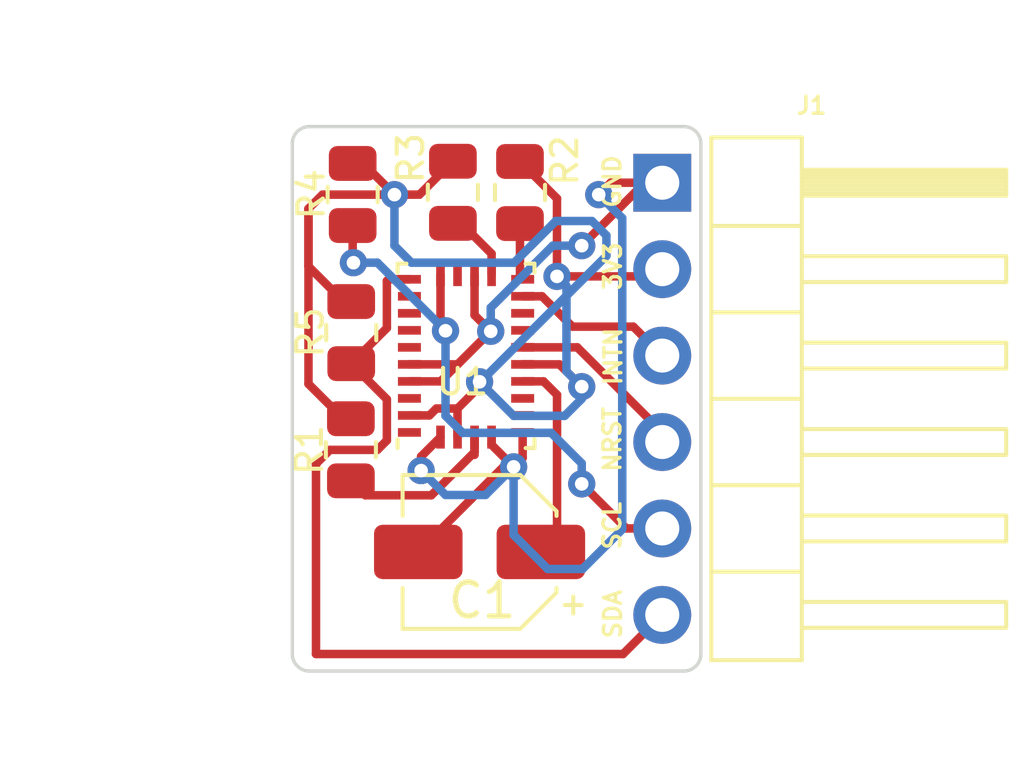
<source format=kicad_pcb>
(kicad_pcb (version 20221018) (generator pcbnew)
  (title_block (title "BNO085 Interface Board") (date "2023-06-30") (comment 1 "Author: Toby Godfrey"))
  (layers (0 "F.Cu" signal) (31 "B.Cu" signal) (34 "B.Paste" user) (35 "F.Paste" user) (36 "B.SilkS" user "B.Silkscreen") (37 "F.SilkS" user "F.Silkscreen") (38 "B.Mask" user) (39 "F.Mask" user) (44 "Edge.Cuts" user))
  (net 0 "")
  (net 1 "Net-(U1-CAP)")
  (net 2 "GND")
  (net 3 "/H_SCL")
  (net 4 "/H_SDA")
  (net 5 "/NRST")
  (net 6 "/H_INTN")
  (net 7 "+3.3V")
  (net 8 "Net-(U1-BOOTN)")
  (net 9 "Net-(U1-ENV_SCL)")
  (net 10 "Net-(U1-ENV_SDA)")
  (footprint "Resistor_SMD:R_0805_2012Metric" (layer "F.Cu") (at 153.272899 82.49508 -90)
    (fp_text reference "R4" (at -0.005677 1.214987 90) (layer "F.SilkS") (effects (font (size 0.75 0.75) (thickness 0.12))))
    (fp_text value "2.2k")
    (fp_line (start -0.227064 -0.735) (end 0.227064 -0.735) (stroke (width 0.12)) (layer "F.SilkS"))
    (fp_line (start -0.227064 0.735) (end 0.227064 0.735) (stroke (width 0.12)) (layer "F.SilkS"))
    (pad "1" smd roundrect (at -0.9125 0 270) (size 1.025 1.4) (layers "F.Cu" "F.Paste" "F.Mask") (roundrect_rratio 0.243902) (net 7 "+3.3V"))
    (pad "2" smd roundrect (at 0.9125 0 270) (size 1.025 1.4) (layers "F.Cu" "F.Paste" "F.Mask") (roundrect_rratio 0.243902) (net 3 "/H_SCL"))
  )
  (footprint "Resistor_SMD:R_0805_2012Metric" (layer "F.Cu") (at 158.186774 82.437741 -90)
    (fp_text reference "R2" (at -0.937741 -1.313226 90) (layer "F.SilkS") (effects (font (size 0.75 0.75) (thickness 0.12))))
    (fp_text value "2.2k")
    (fp_line (start -0.227064 -0.735) (end 0.227064 -0.735) (stroke (width 0.12)) (layer "F.SilkS"))
    (fp_line (start -0.227064 0.735) (end 0.227064 0.735) (stroke (width 0.12)) (layer "F.SilkS"))
    (pad "1" smd roundrect (at -0.9125 0 270) (size 1.025 1.4) (layers "F.Cu" "F.Paste" "F.Mask") (roundrect_rratio 0.243902) (net 7 "+3.3V"))
    (pad "2" smd roundrect (at 0.9125 0 270) (size 1.025 1.4) (layers "F.Cu" "F.Paste" "F.Mask") (roundrect_rratio 0.243902) (net 9 "Net-(U1-ENV_SCL)"))
  )
  (footprint "Resistor_SMD:R_0805_2012Metric" (layer "F.Cu") (at 153.220792 89.998267 90)
    (fp_text reference "R1" (at -0.002481 -1.219655 90) (layer "F.SilkS") (effects (font (size 0.75 0.75) (thickness 0.12))))
    (fp_text value "10k")
    (fp_line (start -0.227064 -0.735) (end 0.227064 -0.735) (stroke (width 0.12)) (layer "F.SilkS"))
    (fp_line (start -0.227064 0.735) (end 0.227064 0.735) (stroke (width 0.12)) (layer "F.SilkS"))
    (pad "1" smd roundrect (at -0.9125 0 90) (size 1.025 1.4) (layers "F.Cu" "F.Paste" "F.Mask") (roundrect_rratio 0.243902) (net 8 "Net-(U1-BOOTN)"))
    (pad "2" smd roundrect (at 0.9125 0 90) (size 1.025 1.4) (layers "F.Cu" "F.Paste" "F.Mask") (roundrect_rratio 0.243902) (net 7 "+3.3V"))
  )
  (footprint "Package_LGA:LGA-28_5.2x3.8mm_P0.5mm" (layer "F.Cu") (at 156.6025 87.2375 90)
    (fp_text reference "U1" (at -0.7625 -0.1025 180) (layer "F.SilkS") (effects (font (size 0.75 0.75) (thickness 0.12))))
    (fp_text value "~")
    (fp_line (start -2.71 -2.01) (end -2.45 -2.01) (stroke (width 0.12)) (layer "F.SilkS"))
    (fp_line (start -2.71 2.01) (end -2.71 1.75) (stroke (width 0.12)) (layer "F.SilkS"))
    (fp_line (start -2.71 2.01) (end -2.45 2.01) (stroke (width 0.12)) (layer "F.SilkS"))
    (fp_line (start 2.71 -2.01) (end 2.45 -2.01) (stroke (width 0.12)) (layer "F.SilkS"))
    (fp_line (start 2.71 -2.01) (end 2.71 -1.75) (stroke (width 0.12)) (layer "F.SilkS"))
    (fp_line (start 2.71 2.01) (end 2.45 2.01) (stroke (width 0.12)) (layer "F.SilkS"))
    (fp_line (start 2.71 2.01) (end 2.71 1.75) (stroke (width 0.12)) (layer "F.SilkS"))
    (pad "1" smd rect (at -2.25 -1.6625 90) (size 0.254 0.675) (layers "F.Cu" "F.Paste" "F.Mask"))
    (pad "2" smd rect (at -2.3875 -0.75 180) (size 0.254 0.675) (layers "F.Cu" "F.Paste" "F.Mask") (net 2 "GND"))
    (pad "3" smd rect (at -2.3875 -0.25 180) (size 0.254 0.675) (layers "F.Cu" "F.Paste" "F.Mask") (net 7 "+3.3V"))
    (pad "4" smd rect (at -2.3875 0.25 180) (size 0.254 0.675) (layers "F.Cu" "F.Paste" "F.Mask") (net 8 "Net-(U1-BOOTN)"))
    (pad "5" smd rect (at -2.3875 0.75 180) (size 0.254 0.675) (layers "F.Cu" "F.Paste" "F.Mask") (net 2 "GND"))
    (pad "6" smd rect (at -2.25 1.6625 90) (size 0.254 0.675) (layers "F.Cu" "F.Paste" "F.Mask") (net 2 "GND"))
    (pad "7" smd rect (at -1.75 1.6625 90) (size 0.254 0.675) (layers "F.Cu" "F.Paste" "F.Mask"))
    (pad "8" smd rect (at -1.25 1.6625 90) (size 0.254 0.675) (layers "F.Cu" "F.Paste" "F.Mask"))
    (pad "9" smd rect (at -0.75 1.6625 90) (size 0.254 0.675) (layers "F.Cu" "F.Paste" "F.Mask") (net 1 "Net-(U1-CAP)"))
    (pad "10" smd rect (at -0.25 1.6625 90) (size 0.254 0.675) (layers "F.Cu" "F.Paste" "F.Mask") (net 7 "+3.3V"))
    (pad "11" smd rect (at 0.25 1.6625 90) (size 0.254 0.675) (layers "F.Cu" "F.Paste" "F.Mask") (net 5 "/NRST"))
    (pad "12" smd rect (at 0.75 1.6625 90) (size 0.254 0.675) (layers "F.Cu" "F.Paste" "F.Mask"))
    (pad "13" smd rect (at 1.25 1.6625 90) (size 0.254 0.675) (layers "F.Cu" "F.Paste" "F.Mask"))
    (pad "14" smd rect (at 1.75 1.6625 90) (size 0.254 0.675) (layers "F.Cu" "F.Paste" "F.Mask") (net 6 "/H_INTN"))
    (pad "15" smd rect (at 2.25 1.6625 90) (size 0.254 0.675) (layers "F.Cu" "F.Paste" "F.Mask") (net 9 "Net-(U1-ENV_SCL)"))
    (pad "16" smd rect (at 2.3875 0.75 180) (size 0.254 0.675) (layers "F.Cu" "F.Paste" "F.Mask") (net 10 "Net-(U1-ENV_SDA)"))
    (pad "17" smd rect (at 2.3875 0.25 180) (size 0.254 0.675) (layers "F.Cu" "F.Paste" "F.Mask") (net 2 "GND"))
    (pad "18" smd rect (at 2.3875 -0.25 180) (size 0.254 0.675) (layers "F.Cu" "F.Paste" "F.Mask"))
    (pad "19" smd rect (at 2.3875 -0.75 180) (size 0.254 0.675) (layers "F.Cu" "F.Paste" "F.Mask") (net 3 "/H_SCL"))
    (pad "20" smd rect (at 2.25 -1.6625 90) (size 0.254 0.675) (layers "F.Cu" "F.Paste" "F.Mask") (net 4 "/H_SDA"))
    (pad "21" smd rect (at 1.75 -1.6625 90) (size 0.254 0.675) (layers "F.Cu" "F.Paste" "F.Mask"))
    (pad "22" smd rect (at 1.25 -1.6625 90) (size 0.254 0.675) (layers "F.Cu" "F.Paste" "F.Mask"))
    (pad "23" smd rect (at 0.75 -1.6625 90) (size 0.254 0.675) (layers "F.Cu" "F.Paste" "F.Mask"))
    (pad "24" smd rect (at 0.25 -1.6625 90) (size 0.254 0.675) (layers "F.Cu" "F.Paste" "F.Mask"))
    (pad "25" smd rect (at -0.25 -1.6625 90) (size 0.254 0.675) (layers "F.Cu" "F.Paste" "F.Mask") (net 2 "GND"))
    (pad "26" smd rect (at -0.75 -1.6625 90) (size 0.254 0.675) (layers "F.Cu" "F.Paste" "F.Mask") (net 2 "GND"))
    (pad "27" smd rect (at -1.25 -1.6625 90) (size 0.254 0.675) (layers "F.Cu" "F.Paste" "F.Mask"))
    (pad "28" smd rect (at -1.75 -1.6625 90) (size 0.254 0.675) (layers "F.Cu" "F.Paste" "F.Mask") (net 7 "+3.3V"))
  )
  (footprint "Capacitor_SMD:CP_Elec_4x3.9" (layer "F.Cu") (at 157 93 180)
    (fp_text reference "C1" (at -0.073696 -1.425744) (layer "F.SilkS"))
    (fp_text value "0.1uF")
    (fp_line (start -3 -1.56) (end -2.5 -1.56) (stroke (width 0.12)) (layer "F.SilkS"))
    (fp_line (start -2.75 -1.81) (end -2.75 -1.31) (stroke (width 0.12)) (layer "F.SilkS"))
    (fp_line (start -2.26 -1.195563) (end -2.26 -1.06) (stroke (width 0.12)) (layer "F.SilkS"))
    (fp_line (start -2.26 -1.195563) (end -1.195563 -2.26) (stroke (width 0.12)) (layer "F.SilkS"))
    (fp_line (start -2.26 1.195563) (end -2.26 1.06) (stroke (width 0.12)) (layer "F.SilkS"))
    (fp_line (start -2.26 1.195563) (end -1.195563 2.26) (stroke (width 0.12)) (layer "F.SilkS"))
    (fp_line (start -1.195563 -2.26) (end 2.26 -2.26) (stroke (width 0.12)) (layer "F.SilkS"))
    (fp_line (start -1.195563 2.26) (end 2.26 2.26) (stroke (width 0.12)) (layer "F.SilkS"))
    (fp_line (start 2.26 -2.26) (end 2.26 -1.06) (stroke (width 0.12)) (layer "F.SilkS"))
    (fp_line (start 2.26 2.26) (end 2.26 1.06) (stroke (width 0.12)) (layer "F.SilkS"))
    (pad "1" smd roundrect (at -1.8 0 180) (size 2.6 1.6) (layers "F.Cu" "F.Paste" "F.Mask") (roundrect_rratio 0.15625) (net 1 "Net-(U1-CAP)"))
    (pad "2" smd roundrect (at 1.8 0 180) (size 2.6 1.6) (layers "F.Cu" "F.Paste" "F.Mask") (roundrect_rratio 0.15625) (net 2 "GND"))
  )
  (footprint "Connector_PinHeader_2.54mm:PinHeader_1x06_P2.54mm_Horizontal" (layer "F.Cu") (at 162.364959 82.149756)
    (fp_text reference "J1" (at 4.385 -2.27) (layer "F.SilkS") (effects (font (size 0.5 0.5) (thickness 0.1))))
    (fp_text value "Conn_01x06_Pin")
    (fp_line (start 1.44 -1.33) (end 1.44 14.03) (stroke (width 0.12)) (layer "F.SilkS"))
    (fp_line (start 1.44 1.27) (end 4.1 1.27) (stroke (width 0.12)) (layer "F.SilkS"))
    (fp_line (start 1.44 3.81) (end 4.1 3.81) (stroke (width 0.12)) (layer "F.SilkS"))
    (fp_line (start 1.44 6.35) (end 4.1 6.35) (stroke (width 0.12)) (layer "F.SilkS"))
    (fp_line (start 1.44 8.89) (end 4.1 8.89) (stroke (width 0.12)) (layer "F.SilkS"))
    (fp_line (start 1.44 11.43) (end 4.1 11.43) (stroke (width 0.12)) (layer "F.SilkS"))
    (fp_line (start 1.44 14.03) (end 4.1 14.03) (stroke (width 0.12)) (layer "F.SilkS"))
    (fp_line (start 4.1 -1.33) (end 1.44 -1.33) (stroke (width 0.12)) (layer "F.SilkS"))
    (fp_line (start 4.1 -0.38) (end 10.1 -0.38) (stroke (width 0.12)) (layer "F.SilkS"))
    (fp_line (start 4.1 -0.32) (end 10.1 -0.32) (stroke (width 0.12)) (layer "F.SilkS"))
    (fp_line (start 4.1 -0.2) (end 10.1 -0.2) (stroke (width 0.12)) (layer "F.SilkS"))
    (fp_line (start 4.1 -0.08) (end 10.1 -0.08) (stroke (width 0.12)) (layer "F.SilkS"))
    (fp_line (start 4.1 0.04) (end 10.1 0.04) (stroke (width 0.12)) (layer "F.SilkS"))
    (fp_line (start 4.1 0.16) (end 10.1 0.16) (stroke (width 0.12)) (layer "F.SilkS"))
    (fp_line (start 4.1 0.28) (end 10.1 0.28) (stroke (width 0.12)) (layer "F.SilkS"))
    (fp_line (start 4.1 2.16) (end 10.1 2.16) (stroke (width 0.12)) (layer "F.SilkS"))
    (fp_line (start 4.1 4.7) (end 10.1 4.7) (stroke (width 0.12)) (layer "F.SilkS"))
    (fp_line (start 4.1 7.24) (end 10.1 7.24) (stroke (width 0.12)) (layer "F.SilkS"))
    (fp_line (start 4.1 9.78) (end 10.1 9.78) (stroke (width 0.12)) (layer "F.SilkS"))
    (fp_line (start 4.1 12.32) (end 10.1 12.32) (stroke (width 0.12)) (layer "F.SilkS"))
    (fp_line (start 4.1 14.03) (end 4.1 -1.33) (stroke (width 0.12)) (layer "F.SilkS"))
    (fp_line (start 10.1 -0.38) (end 10.1 0.38) (stroke (width 0.12)) (layer "F.SilkS"))
    (fp_line (start 10.1 0.38) (end 4.1 0.38) (stroke (width 0.12)) (layer "F.SilkS"))
    (fp_line (start 10.1 2.16) (end 10.1 2.92) (stroke (width 0.12)) (layer "F.SilkS"))
    (fp_line (start 10.1 2.92) (end 4.1 2.92) (stroke (width 0.12)) (layer "F.SilkS"))
    (fp_line (start 10.1 4.7) (end 10.1 5.46) (stroke (width 0.12)) (layer "F.SilkS"))
    (fp_line (start 10.1 5.46) (end 4.1 5.46) (stroke (width 0.12)) (layer "F.SilkS"))
    (fp_line (start 10.1 7.24) (end 10.1 8) (stroke (width 0.12)) (layer "F.SilkS"))
    (fp_line (start 10.1 8) (end 4.1 8) (stroke (width 0.12)) (layer "F.SilkS"))
    (fp_line (start 10.1 9.78) (end 10.1 10.54) (stroke (width 0.12)) (layer "F.SilkS"))
    (fp_line (start 10.1 10.54) (end 4.1 10.54) (stroke (width 0.12)) (layer "F.SilkS"))
    (fp_line (start 10.1 12.32) (end 10.1 13.08) (stroke (width 0.12)) (layer "F.SilkS"))
    (fp_line (start 10.1 13.08) (end 4.1 13.08) (stroke (width 0.12)) (layer "F.SilkS"))
    (pad "1" thru_hole rect (at 0 0) (size 1.7 1.7) (drill 1) (layers "*.Cu" "*.Mask") (net 2 "GND"))
    (pad "2" thru_hole oval (at 0 2.54) (size 1.7 1.7) (drill 1) (layers "*.Cu" "*.Mask") (net 7 "+3.3V"))
    (pad "3" thru_hole oval (at 0 5.08) (size 1.7 1.7) (drill 1) (layers "*.Cu" "*.Mask") (net 6 "/H_INTN"))
    (pad "4" thru_hole oval (at 0 7.62) (size 1.7 1.7) (drill 1) (layers "*.Cu" "*.Mask") (net 5 "/NRST"))
    (pad "5" thru_hole oval (at 0 10.16) (size 1.7 1.7) (drill 1) (layers "*.Cu" "*.Mask") (net 3 "/H_SCL"))
    (pad "6" thru_hole oval (at 0 12.7) (size 1.7 1.7) (drill 1) (layers "*.Cu" "*.Mask") (net 4 "/H_SDA"))
  )
  (footprint "Resistor_SMD:R_0805_2012Metric" (layer "F.Cu") (at 153.230697 86.553936 90)
    (fp_text reference "R5" (at 0.005114 -1.20685 90) (layer "F.SilkS") (effects (font (size 0.75 0.75) (thickness 0.12))))
    (fp_text value "2.2k")
    (fp_line (start -0.227064 -0.735) (end 0.227064 -0.735) (stroke (width 0.12)) (layer "F.SilkS"))
    (fp_line (start -0.227064 0.735) (end 0.227064 0.735) (stroke (width 0.12)) (layer "F.SilkS"))
    (pad "1" smd roundrect (at -0.9125 0 90) (size 1.025 1.4) (layers "F.Cu" "F.Paste" "F.Mask") (roundrect_rratio 0.243902) (net 4 "/H_SDA"))
    (pad "2" smd roundrect (at 0.9125 0 90) (size 1.025 1.4) (layers "F.Cu" "F.Paste" "F.Mask") (roundrect_rratio 0.243902) (net 7 "+3.3V"))
  )
  (footprint "Resistor_SMD:R_0805_2012Metric" (layer "F.Cu") (at 156.216632 82.431092 90)
    (fp_text reference "R3" (at 1.003338 -1.239666 90) (layer "F.SilkS") (effects (font (size 0.75 0.75) (thickness 0.12))))
    (fp_text value "2.2k")
    (fp_line (start -0.227064 -0.735) (end 0.227064 -0.735) (stroke (width 0.12)) (layer "F.SilkS"))
    (fp_line (start -0.227064 0.735) (end 0.227064 0.735) (stroke (width 0.12)) (layer "F.SilkS"))
    (pad "1" smd roundrect (at -0.9125 0 90) (size 1.025 1.4) (layers "F.Cu" "F.Paste" "F.Mask") (roundrect_rratio 0.243902) (net 10 "Net-(U1-ENV_SDA)"))
    (pad "2" smd roundrect (at 0.9125 0 90) (size 1.025 1.4) (layers "F.Cu" "F.Paste" "F.Mask") (roundrect_rratio 0.243902) (net 7 "+3.3V"))
  )
  (gr_line (start 152 96.5) (end 163 96.5) (stroke (width 0.1)) (layer "Edge.Cuts"))
  (gr_line (start 163 80.5) (end 152 80.5) (stroke (width 0.1)) (layer "Edge.Cuts"))
  (gr_arc (start 151.5 81) (mid 151.646447 80.646447) (end 152 80.5) (stroke (width 0.1)) (layer "Edge.Cuts"))
  (gr_line (start 163.5 81) (end 163.5 96) (stroke (width 0.1)) (layer "Edge.Cuts"))
  (gr_line (start 151.5 81) (end 151.5 96) (stroke (width 0.1)) (layer "Edge.Cuts"))
  (gr_arc (start 163.5 96) (mid 163.353553 96.353553) (end 163 96.5) (stroke (width 0.1)) (layer "Edge.Cuts"))
  (gr_arc (start 163 80.5) (mid 163.353553 80.646447) (end 163.5 81) (stroke (width 0.1)) (layer "Edge.Cuts"))
  (gr_arc (start 152 96.5) (mid 151.646447 96.353553) (end 151.5 96) (stroke (width 0.1)) (layer "Edge.Cuts"))
  (gr_text "3V3" (at 161.203323 85.357604 90) (layer "F.SilkS") (effects (font (size 0.5 0.5) (thickness 0.1) bold) (justify left bottom)))
  (gr_text "INTN" (at 161.21745 88.154841 90) (layer "F.SilkS") (effects (font (size 0.5 0.5) (thickness 0.1) bold) (justify left bottom)))
  (gr_text "SDA" (at 161.203323 95.600013 90) (layer "F.SilkS") (effects (font (size 0.5 0.5) (thickness 0.1) bold) (justify left bottom)))
  (gr_text "GND" (at 161.189195 82.941808 90) (layer "F.SilkS") (effects (font (size 0.5 0.5) (thickness 0.1) bold) (justify left bottom)))
  (gr_text "NRST" (at 161.189195 90.697784 90) (layer "F.SilkS") (effects (font (size 0.5 0.5) (thickness 0.1) bold) (justify left bottom)))
  (gr_text "SCL" (at 161.189195 92.986432 90) (layer "F.SilkS") (effects (font (size 0.5 0.5) (thickness 0.1) bold) (justify left bottom)))
  (segment (start 158.8795 87.9875) (end 159.275 88.383) (width 0.25) (layer "F.Cu") (net 1))
  (segment (start 159.275 88.383) (end 159.275 92.525) (width 0.25) (layer "F.Cu") (net 1))
  (segment (start 159.275 92.525) (end 158.8 93) (width 0.25) (layer "F.Cu") (net 1))
  (segment (start 158.265 87.9875) (end 158.8795 87.9875) (width 0.25) (layer "F.Cu") (net 1))
  (segment (start 161.850244 82.149756) (end 160 84) (width 0.25) (layer "F.Cu") (net 2))
  (segment (start 157.327998 86.515977) (end 156.8525 86.040479) (width 0.25) (layer "F.Cu") (net 2))
  (segment (start 158.265 89.4875) (end 158.265 90.235) (width 0.25) (layer "F.Cu") (net 2))
  (segment (start 154.94 87.9875) (end 155.856475 87.9875) (width 0.25) (layer "F.Cu") (net 2))
  (segment (start 158.265 90.235) (end 158 90.5) (width 0.25) (layer "F.Cu") (net 2))
  (segment (start 157.7 90.5) (end 155.2 93) (width 0.25) (layer "F.Cu") (net 2))
  (segment (start 155.283409 90.609351) (end 155.283409 90.194091) (width 0.25) (layer "F.Cu") (net 2))
  (segment (start 157.3525 89.8525) (end 158 90.5) (width 0.25) (layer "F.Cu") (net 2))
  (segment (start 155.856475 87.9875) (end 157.327998 86.515977) (width 0.25) (layer "F.Cu") (net 2))
  (segment (start 156.356475 87.4875) (end 154.94 87.4875) (width 0.25) (layer "F.Cu") (net 2))
  (segment (start 158 90.5) (end 157.7 90.5) (width 0.25) (layer "F.Cu") (net 2))
  (segment (start 160.850244 82.149756) (end 160.5 82.5) (width 0.25) (layer "F.Cu") (net 2))
  (segment (start 157.3525 89.625) (end 157.3525 89.8525) (width 0.25) (layer "F.Cu") (net 2))
  (segment (start 157.327998 86.515977) (end 156.356475 87.4875) (width 0.25) (layer "F.Cu") (net 2))
  (segment (start 162.364959 82.149756) (end 161.850244 82.149756) (width 0.25) (layer "F.Cu") (net 2))
  (segment (start 162.364959 82.149756) (end 160.850244 82.149756) (width 0.25) (layer "F.Cu") (net 2))
  (segment (start 162.267632 82.159387) (end 161.840613 82.159387) (width 0.25) (layer "F.Cu") (net 2))
  (segment (start 155.283409 90.194091) (end 155.8525 89.625) (width 0.25) (layer "F.Cu") (net 2))
  (segment (start 156.8525 86.040479) (end 156.8525 84.85) (width 0.25) (layer "F.Cu") (net 2))
  (via (at 158 90.5) (size 0.8) (drill 0.4) (layers "F.Cu" "B.Cu") (net 2))
  (via (at 160.5 82.5) (size 0.8) (drill 0.4) (layers "F.Cu" "B.Cu") (net 2))
  (via (at 160 84) (size 0.8) (drill 0.4) (layers "F.Cu" "B.Cu") (net 2))
  (via (at 157.327998 86.515977) (size 0.8) (drill 0.4) (layers "F.Cu" "B.Cu") (net 2))
  (via (at 155.283409 90.609351) (size 0.8) (drill 0.4) (layers "F.Cu" "B.Cu") (net 2))
  (segment (start 160.025305 93.5) (end 159 93.5) (width 0.25) (layer "B.Cu") (net 2))
  (segment (start 158 92.5) (end 158 90.5) (width 0.25) (layer "B.Cu") (net 2))
  (segment (start 161.189959 83.189959) (end 161.189959 92.335346) (width 0.25) (layer "B.Cu") (net 2))
  (segment (start 160.5 82.5) (end 161.189959 83.189959) (width 0.25) (layer "B.Cu") (net 2))
  (segment (start 159 93.5) (end 158 92.5) (width 0.25) (layer "B.Cu") (net 2))
  (segment (start 156 91.325942) (end 155.283409 90.609351) (width 0.25) (layer "B.Cu") (net 2))
  (segment (start 160 84) (end 159.150081 84) (width 0.25) (layer "B.Cu") (net 2))
  (segment (start 156 91.325942) (end 157.174058 91.325942) (width 0.25) (layer "B.Cu") (net 2))
  (segment (start 157.327998 85.822083) (end 157.327998 86.515977) (width 0.25) (layer "B.Cu") (net 2))
  (segment (start 157.174058 91.325942) (end 158 90.5) (width 0.25) (layer "B.Cu") (net 2))
  (segment (start 161.189959 92.335346) (end 160.025305 93.5) (width 0.25) (layer "B.Cu") (net 2))
  (segment (start 159.150081 84) (end 157.327998 85.822083) (width 0.25) (layer "B.Cu") (net 2))
  (segment (start 161.309756 92.309756) (end 162.364959 92.309756) (width 0.25) (layer "F.Cu") (net 3))
  (segment (start 155.8525 84.85) (end 155.8525 86.3525) (width 0.25) (layer "F.Cu") (net 3))
  (segment (start 155.8525 86.3525) (end 156 86.5) (width 0.25) (layer "F.Cu") (net 3))
  (segment (start 160 91) (end 161.309756 92.309756) (width 0.25) (layer "F.Cu") (net 3))
  (segment (start 153.295609 84.5) (end 153.272899 84.47729) (width 0.25) (layer "F.Cu") (net 3))
  (segment (start 153.272899 84.47729) (end 153.272899 83.40758) (width 0.25) (layer "F.Cu") (net 3))
  (via (at 153.295609 84.5) (size 0.8) (drill 0.4) (layers "F.Cu" "B.Cu") (net 3))
  (via (at 160 91) (size 0.8) (drill 0.4) (layers "F.Cu" "B.Cu") (net 3))
  (via (at 156 86.5) (size 0.8) (drill 0.4) (layers "F.Cu" "B.Cu") (net 3))
  (segment (start 156 89) (end 156 86.5) (width 0.25) (layer "B.Cu") (net 3))
  (segment (start 153.295609 84.5) (end 154 84.5) (width 0.25) (layer "B.Cu") (net 3))
  (segment (start 160 90.396539) (end 159.103461 89.5) (width 0.25) (layer "B.Cu") (net 3))
  (segment (start 160 91) (end 160 90.396539) (width 0.25) (layer "B.Cu") (net 3))
  (segment (start 156.5 89.5) (end 156 89) (width 0.25) (layer "B.Cu") (net 3))
  (segment (start 159.103461 89.5) (end 156.5 89.5) (width 0.25) (layer "B.Cu") (net 3))
  (segment (start 154 84.5) (end 156 86.5) (width 0.25) (layer "B.Cu") (net 3))
  (segment (start 154.2775 89.7225) (end 154.2775 88.513239) (width 0.25) (layer "F.Cu") (net 4))
  (segment (start 154.2775 86.419633) (end 153.230697 87.466436) (width 0.25) (layer "F.Cu") (net 4))
  (segment (start 154.94 84.9875) (end 154.3255 84.9875) (width 0.25) (layer "F.Cu") (net 4))
  (segment (start 152.195792 90.410094) (end 152.605886 90) (width 0.25) (layer "F.Cu") (net 4))
  (segment (start 161.214715 96) (end 152.195792 96) (width 0.25) (layer "F.Cu") (net 4))
  (segment (start 154.2775 85.0355) (end 154.2775 86.419633) (width 0.25) (layer "F.Cu") (net 4))
  (segment (start 154.2775 88.513239) (end 153.230697 87.466436) (width 0.25) (layer "F.Cu") (net 4))
  (segment (start 154.3255 84.9875) (end 154.2775 85.0355) (width 0.25) (layer "F.Cu") (net 4))
  (segment (start 154 90) (end 154.2775 89.7225) (width 0.25) (layer "F.Cu") (net 4))
  (segment (start 152.605886 90) (end 154 90) (width 0.25) (layer "F.Cu") (net 4))
  (segment (start 162.364959 94.849756) (end 161.214715 96) (width 0.25) (layer "F.Cu") (net 4))
  (segment (start 152.195792 96) (end 152.195792 90.410094) (width 0.25) (layer "F.Cu") (net 4))
  (segment (start 159.869821 86.9875) (end 158.265 86.9875) (width 0.25) (layer "F.Cu") (net 5))
  (segment (start 162.364959 89.482638) (end 159.869821 86.9875) (width 0.25) (layer "F.Cu") (net 5))
  (segment (start 162.364959 89.769756) (end 162.364959 89.482638) (width 0.25) (layer "F.Cu") (net 5))
  (segment (start 158.833707 85.4875) (end 158.265 85.4875) (width 0.25) (layer "F.Cu") (net 6))
  (segment (start 161.514959 86.379756) (end 159.725963 86.379756) (width 0.25) (layer "F.Cu") (net 6))
  (segment (start 159.725963 86.379756) (end 158.833707 85.4875) (width 0.25) (layer "F.Cu") (net 6))
  (segment (start 162.364959 87.229756) (end 161.514959 86.379756) (width 0.25) (layer "F.Cu") (net 6))
  (segment (start 154.94 88.9875) (end 155.5275 88.9875) (width 0.25) (layer "F.Cu") (net 7))
  (segment (start 160 88.237501) (end 160.082645 88.320146) (width 0.25) (layer "F.Cu") (net 7))
  (segment (start 153.272899 81.58258) (end 153.58258 81.58258) (width 0.25) (layer "F.Cu") (net 7))
  (segment (start 153.220792 89.085767) (end 152.998267 89.085767) (width 0.25) (layer "F.Cu") (net 7))
  (segment (start 155.7295 88.7855) (end 156.3525 88.7855) (width 0.25) (layer "F.Cu") (net 7))
  (segment (start 157 88.138) (end 156.3525 88.7855) (width 0.25) (layer "F.Cu") (net 7))
  (segment (start 154.5 82.5) (end 152.386827 82.5) (width 0.25) (layer "F.Cu") (net 7))
  (segment (start 152.386827 82.5) (end 151.975 82.911827) (width 0.25) (layer "F.Cu") (net 7))
  (segment (start 156.3525 88.7855) (end 156.3525 89.625) (width 0.25) (layer "F.Cu") (net 7))
  (segment (start 159.273449 82.611916) (end 159.273449 84.901937) (width 0.25) (layer "F.Cu") (net 7))
  (segment (start 160 88.142984) (end 159.344516 87.4875) (width 0.25) (layer "F.Cu") (net 7))
  (segment (start 155.235224 82.5) (end 156.216632 81.518592) (width 0.25) (layer "F.Cu") (net 7))
  (segment (start 153.58258 81.58258) (end 154.5 82.5) (width 0.25) (layer "F.Cu") (net 7))
  (segment (start 160 88.142984) (end 160 88.3393) (width 0.25) (layer "F.Cu") (net 7))
  (segment (start 152.998267 89.085767) (end 151.975 88.0625) (width 0.25) (layer "F.Cu") (net 7))
  (segment (start 160 88.142984) (end 160 88.237501) (width 0.25) (layer "F.Cu") (net 7))
  (segment (start 157 88) (end 157 88.138) (width 0.25) (layer "F.Cu") (net 7))
  (segment (start 155.5275 88.9875) (end 155.7295 88.7855) (width 0.25) (layer "F.Cu") (net 7))
  (segment (start 159.344516 87.4875) (end 158.265 87.4875) (width 0.25) (layer "F.Cu") (net 7))
  (segment (start 151.975 82.911827) (end 151.975 88.0625) (width 0.25) (layer "F.Cu") (net 7))
  (segment (start 162.364959 84.689756) (end 162.152778 84.901937) (width 0.25) (layer "F.Cu") (net 7))
  (segment (start 162.152778 84.901937) (end 159.273449 84.901937) (width 0.25) (layer "F.Cu") (net 7))
  (segment (start 151.975 82.911827) (end 151.975 84.608089) (width 0.25) (layer "F.Cu") (net 7))
  (segment (start 153.230697 85.641436) (end 153.008347 85.641436) (width 0.25) (layer "F.Cu") (net 7))
  (segment (start 158.186774 81.525241) (end 159.273449 82.611916) (width 0.25) (layer "F.Cu") (net 7))
  (segment (start 154.5 82.5) (end 155.235224 82.5) (width 0.25) (layer "F.Cu") (net 7))
  (segment (start 153.008347 85.641436) (end 151.975 84.608089) (width 0.25) (layer "F.Cu") (net 7))
  (via (at 159.273449 84.901937) (size 0.8) (drill 0.4) (layers "F.Cu" "B.Cu") (net 7))
  (via (at 157 88) (size 0.8) (drill 0.4) (layers "F.Cu" "B.Cu") (net 7))
  (via (at 160 88.142984) (size 0.8) (drill 0.4) (layers "F.Cu" "B.Cu") (net 7))
  (via (at 154.5 82.5) (size 0.8) (drill 0.4) (layers "F.Cu" "B.Cu") (net 7))
  (segment (start 155 84.5) (end 158.013685 84.5) (width 0.25) (layer "B.Cu") (net 7))
  (segment (start 159.238685 83.275) (end 160.300305 83.275) (width 0.25) (layer "B.Cu") (net 7))
  (segment (start 158 89) (end 157 88) (width 0.25) (layer "B.Cu") (net 7))
  (segment (start 160.300305 83.275) (end 160.725 83.699695) (width 0.25) (layer "B.Cu") (net 7))
  (segment (start 154.5 84) (end 155 84.5) (width 0.25) (layer "B.Cu") (net 7))
  (segment (start 154.5 82.5) (end 154.5 84) (width 0.25) (layer "B.Cu") (net 7))
  (segment (start 159.552 87.694984) (end 159.552 85.180488) (width 0.25) (layer "B.Cu") (net 7))
  (segment (start 157.025305 88) (end 157 88) (width 0.25) (layer "B.Cu") (net 7))
  (segment (start 160.725 83.699695) (end 160.725 84.300305) (width 0.25) (layer "B.Cu") (net 7))
  (segment (start 160 88.142984) (end 159.552 87.694984) (width 0.25) (layer "B.Cu") (net 7))
  (segment (start 160.725 84.300305) (end 157.025305 88) (width 0.25) (layer "B.Cu") (net 7))
  (segment (start 160 88.5) (end 159.5 89) (width 0.25) (layer "B.Cu") (net 7))
  (segment (start 159.5 89) (end 158 89) (width 0.25) (layer "B.Cu") (net 7))
  (segment (start 159.552 85.180488) (end 159.273449 84.901937) (width 0.25) (layer "B.Cu") (net 7))
  (segment (start 158.013685 84.5) (end 159.238685 83.275) (width 0.25) (layer "B.Cu") (net 7))
  (segment (start 160 88.142984) (end 160 88.5) (width 0.25) (layer "B.Cu") (net 7))
  (segment (start 156.8525 90.1475) (end 156.8525 89.625) (width 0.25) (layer "F.Cu") (net 8))
  (segment (start 153.644376 91.334351) (end 155.583714 91.334351) (width 0.25) (layer "F.Cu") (net 8))
  (segment (start 153.220792 90.910767) (end 153.644376 91.334351) (width 0.25) (layer "F.Cu") (net 8))
  (segment (start 155.583714 91.334351) (end 156.8525 90.065565) (width 0.25) (layer "F.Cu") (net 8))
  (segment (start 156.8525 90.065565) (end 156.8525 89.625) (width 0.25) (layer "F.Cu") (net 8))
  (segment (start 158.186774 84.909274) (end 158.265 84.9875) (width 0.25) (layer "F.Cu") (net 9))
  (segment (start 158.186774 83.350241) (end 158.186774 84.909274) (width 0.25) (layer "F.Cu") (net 9))
  (segment (start 157.3525 84.2355) (end 157.3525 84.85) (width 0.25) (layer "F.Cu") (net 10))
  (segment (start 156.460592 83.343592) (end 157.3525 84.2355) (width 0.25) (layer "F.Cu") (net 10))
  (segment (start 156.216632 83.343592) (end 156.460592 83.343592) (width 0.25) (layer "F.Cu") (net 10))
)
</source>
